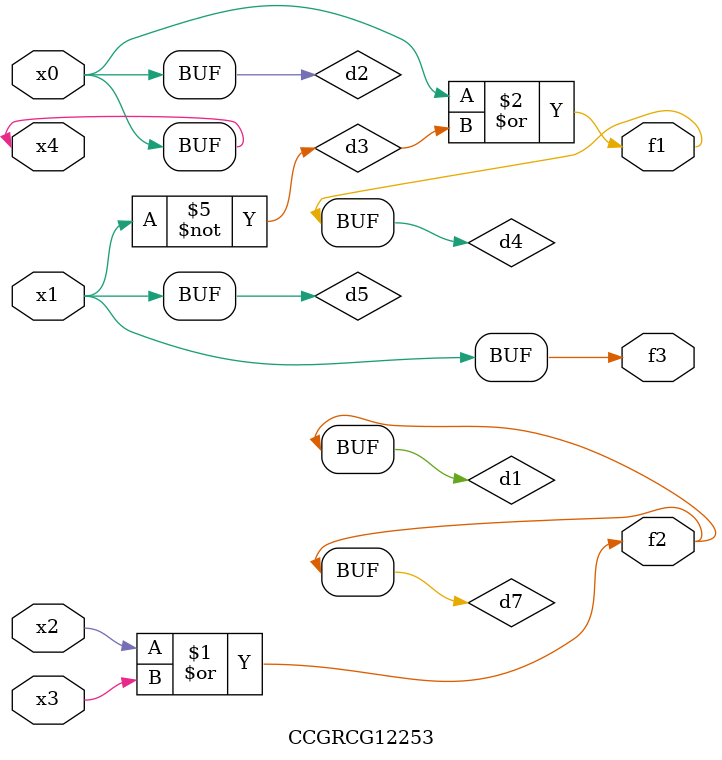
<source format=v>
module CCGRCG12253(
	input x0, x1, x2, x3, x4,
	output f1, f2, f3
);

	wire d1, d2, d3, d4, d5, d6, d7;

	or (d1, x2, x3);
	buf (d2, x0, x4);
	not (d3, x1);
	or (d4, d2, d3);
	not (d5, d3);
	nand (d6, d1, d3);
	or (d7, d1);
	assign f1 = d4;
	assign f2 = d7;
	assign f3 = d5;
endmodule

</source>
